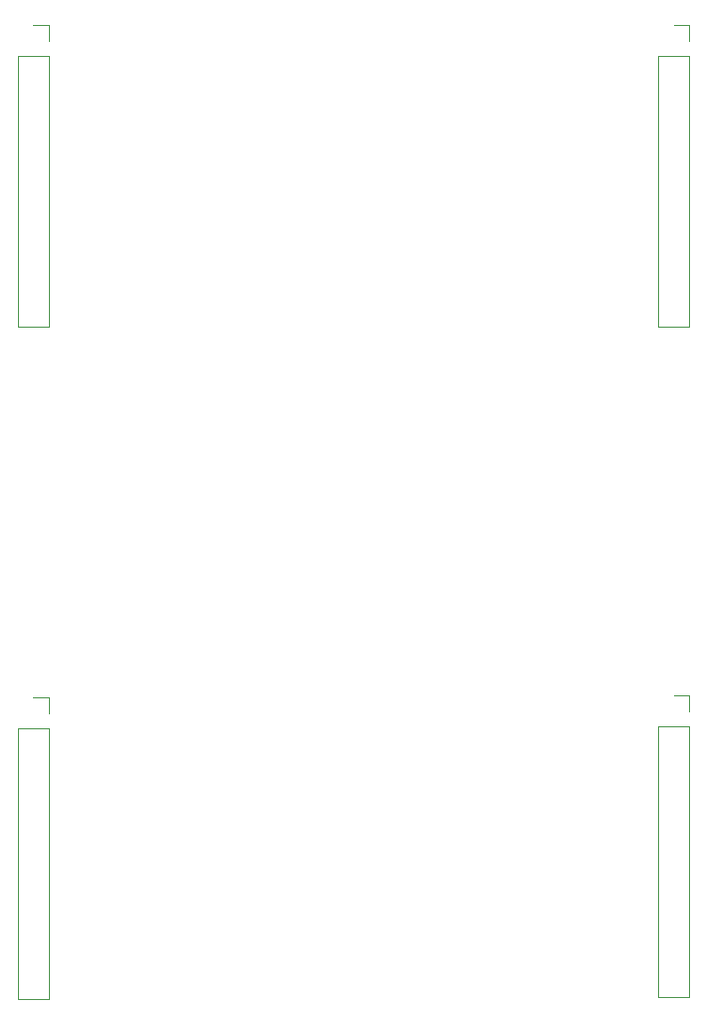
<source format=gbr>
%TF.GenerationSoftware,KiCad,Pcbnew,7.0.7*%
%TF.CreationDate,2023-08-21T16:26:14+01:00*%
%TF.ProjectId,Quadraphone_Components,51756164-7261-4706-986f-6e655f436f6d,rev?*%
%TF.SameCoordinates,Original*%
%TF.FileFunction,Legend,Bot*%
%TF.FilePolarity,Positive*%
%FSLAX46Y46*%
G04 Gerber Fmt 4.6, Leading zero omitted, Abs format (unit mm)*
G04 Created by KiCad (PCBNEW 7.0.7) date 2023-08-21 16:26:14*
%MOMM*%
%LPD*%
G01*
G04 APERTURE LIST*
%ADD10C,0.120000*%
%ADD11C,0.100000*%
%ADD12C,2.000000*%
%ADD13C,1.440000*%
%ADD14R,1.700000X1.700000*%
%ADD15C,1.700000*%
%ADD16O,1.700000X1.700000*%
G04 APERTURE END LIST*
D10*
%TO.C,J4*%
X108430000Y-143990000D02*
X105770000Y-143990000D01*
X108430000Y-121070000D02*
X108430000Y-143990000D01*
X108430000Y-121070000D02*
X105770000Y-121070000D01*
X108430000Y-119800000D02*
X108430000Y-118470000D01*
X108430000Y-118470000D02*
X107100000Y-118470000D01*
X105770000Y-121070000D02*
X105770000Y-143990000D01*
%TO.C,J3*%
X54130000Y-144190000D02*
X51470000Y-144190000D01*
X54130000Y-121270000D02*
X54130000Y-144190000D01*
X54130000Y-121270000D02*
X51470000Y-121270000D01*
X54130000Y-120000000D02*
X54130000Y-118670000D01*
X54130000Y-118670000D02*
X52800000Y-118670000D01*
X51470000Y-121270000D02*
X51470000Y-144190000D01*
%TO.C,J2*%
X108430000Y-87190000D02*
X105770000Y-87190000D01*
X108430000Y-64270000D02*
X108430000Y-87190000D01*
X108430000Y-64270000D02*
X105770000Y-64270000D01*
X108430000Y-63000000D02*
X108430000Y-61670000D01*
X108430000Y-61670000D02*
X107100000Y-61670000D01*
X105770000Y-64270000D02*
X105770000Y-87190000D01*
%TO.C,J1*%
X54130000Y-87190000D02*
X51470000Y-87190000D01*
X54130000Y-64270000D02*
X54130000Y-87190000D01*
X54130000Y-64270000D02*
X51470000Y-64270000D01*
X54130000Y-63000000D02*
X54130000Y-61670000D01*
X54130000Y-61670000D02*
X52800000Y-61670000D01*
X51470000Y-64270000D02*
X51470000Y-87190000D01*
%TD*%
%LPC*%
%TO.C,FID1*%
D11*
X109600000Y-149400000D02*
X101600000Y-149400000D01*
X101600000Y-147400000D01*
X109600000Y-147400000D01*
X109600000Y-149400000D01*
G36*
X109600000Y-149400000D02*
G01*
X101600000Y-149400000D01*
X101600000Y-147400000D01*
X109600000Y-147400000D01*
X109600000Y-149400000D01*
G37*
%TD*%
D12*
%TO.C,TP6*%
X52800000Y-58400000D03*
%TD*%
D13*
%TO.C,HF_Track_Trim3*%
X68500000Y-146100000D03*
X71040000Y-143560000D03*
X73580000Y-146100000D03*
%TD*%
%TO.C,HF_Track_Trim1*%
X68500000Y-97200000D03*
X71040000Y-94660000D03*
X73580000Y-97200000D03*
%TD*%
%TO.C,Base_Freq_Trim4*%
X86400000Y-146100000D03*
X88940000Y-143560000D03*
X91480000Y-146100000D03*
%TD*%
%TO.C,Expo_Trim2*%
X102700000Y-75600000D03*
X100160000Y-73060000D03*
X102700000Y-70520000D03*
%TD*%
D12*
%TO.C,TP7*%
X52900000Y-103700000D03*
%TD*%
D13*
%TO.C,Base_Freq_Trim1*%
X59500000Y-97200000D03*
X62040000Y-94660000D03*
X64580000Y-97200000D03*
%TD*%
%TO.C,Expo_Trim3*%
X75900000Y-124425000D03*
X73360000Y-121885000D03*
X75900000Y-119345000D03*
%TD*%
D12*
%TO.C,TP5*%
X107600000Y-108500000D03*
%TD*%
D13*
%TO.C,Expo_Trim4*%
X102800000Y-124425000D03*
X100260000Y-121885000D03*
X102800000Y-119345000D03*
%TD*%
D12*
%TO.C,TP8*%
X107600000Y-103700000D03*
%TD*%
%TO.C,TP2*%
X107600000Y-94700000D03*
%TD*%
%TO.C,TP4*%
X80000000Y-143600000D03*
%TD*%
D13*
%TO.C,Base_Freq_Trim2*%
X86400000Y-97200000D03*
X88940000Y-94660000D03*
X91480000Y-97200000D03*
%TD*%
%TO.C,Expo_Trim1*%
X75900000Y-75600000D03*
X73360000Y-73060000D03*
X75900000Y-70520000D03*
%TD*%
%TO.C,Base_Freq_Trim3*%
X59500000Y-146100000D03*
X62040000Y-143560000D03*
X64580000Y-146100000D03*
%TD*%
D12*
%TO.C,TP3*%
X107600000Y-99200000D03*
%TD*%
D13*
%TO.C,HF_Track_Trim2*%
X95400000Y-97200000D03*
X97940000Y-94660000D03*
X100480000Y-97200000D03*
%TD*%
%TO.C,HF_Track_Trim4*%
X95400000Y-146100000D03*
X97940000Y-143560000D03*
X100480000Y-146100000D03*
%TD*%
D14*
%TO.C,J5*%
X74200000Y-56700000D03*
D15*
X74200000Y-54160000D03*
X76740000Y-56700000D03*
X76740000Y-54160000D03*
X79280000Y-56700000D03*
X79280000Y-54160000D03*
X81820000Y-56700000D03*
X81820000Y-54160000D03*
X84360000Y-56700000D03*
X84360000Y-54160000D03*
%TD*%
D12*
%TO.C,TP1*%
X52900000Y-99300000D03*
%TD*%
D14*
%TO.C,J4*%
X107100000Y-119800000D03*
D16*
X107100000Y-122340000D03*
X107100000Y-124880000D03*
X107100000Y-127420000D03*
X107100000Y-129960000D03*
X107100000Y-132500000D03*
X107100000Y-135040000D03*
X107100000Y-137580000D03*
X107100000Y-140120000D03*
X107100000Y-142660000D03*
%TD*%
D14*
%TO.C,J3*%
X52800000Y-120000000D03*
D16*
X52800000Y-122540000D03*
X52800000Y-125080000D03*
X52800000Y-127620000D03*
X52800000Y-130160000D03*
X52800000Y-132700000D03*
X52800000Y-135240000D03*
X52800000Y-137780000D03*
X52800000Y-140320000D03*
X52800000Y-142860000D03*
%TD*%
D14*
%TO.C,J2*%
X107100000Y-63000000D03*
D16*
X107100000Y-65540000D03*
X107100000Y-68080000D03*
X107100000Y-70620000D03*
X107100000Y-73160000D03*
X107100000Y-75700000D03*
X107100000Y-78240000D03*
X107100000Y-80780000D03*
X107100000Y-83320000D03*
X107100000Y-85860000D03*
%TD*%
D14*
%TO.C,J1*%
X52800000Y-63000000D03*
D16*
X52800000Y-65540000D03*
X52800000Y-68080000D03*
X52800000Y-70620000D03*
X52800000Y-73160000D03*
X52800000Y-75700000D03*
X52800000Y-78240000D03*
X52800000Y-80780000D03*
X52800000Y-83320000D03*
X52800000Y-85860000D03*
%TD*%
%LPD*%
M02*

</source>
